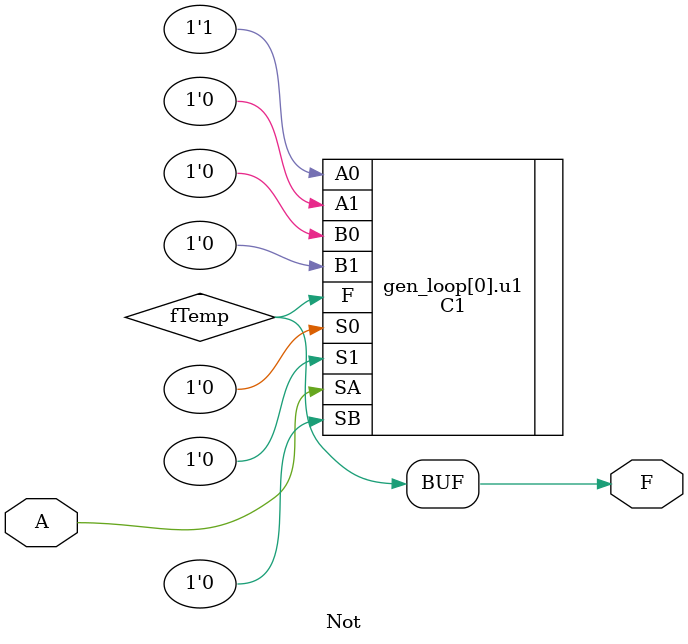
<source format=v>
module Not #(parameter INPUT_SIZE = 1) (input [INPUT_SIZE-1:0] A, output [INPUT_SIZE-1:0] F);

    wire [INPUT_SIZE-1:0] fTemp;

    genvar i;
    generate
        for (i = 0; i < INPUT_SIZE; i = i + 1) begin : gen_loop
            C1 u1 (.A0(1'b1), .A1(1'b0), .SA(A[i]), .B0(1'b0), .B1(1'b0), .SB(1'b0), .S0(1'b0), .S1(1'b0), .F(fTemp[i]));
        end
    endgenerate

    assign F = fTemp;

endmodule
</source>
